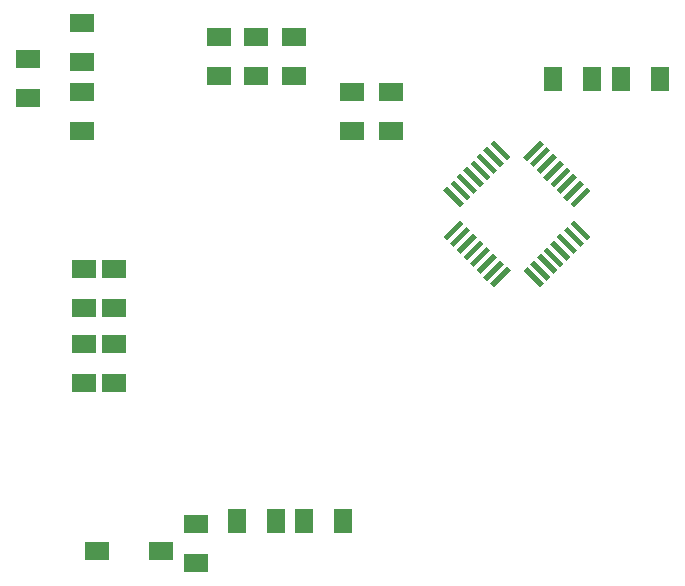
<source format=gtp>
G04 (created by PCBNEW (2013-jul-07)-stable) date Sat 20 Jun 2015 02:51:25 AM PDT*
%MOIN*%
G04 Gerber Fmt 3.4, Leading zero omitted, Abs format*
%FSLAX34Y34*%
G01*
G70*
G90*
G04 APERTURE LIST*
%ADD10C,0.00393701*%
%ADD11R,0.0787X0.0629*%
%ADD12R,0.08X0.06*%
%ADD13R,0.06X0.08*%
G04 APERTURE END LIST*
G54D10*
G36*
X21666Y6595D02*
X21541Y6720D01*
X22097Y7277D01*
X22223Y7152D01*
X21666Y6595D01*
X21666Y6595D01*
G37*
G36*
X21443Y6818D02*
X21318Y6943D01*
X21875Y7500D01*
X22000Y7374D01*
X21443Y6818D01*
X21443Y6818D01*
G37*
G36*
X21221Y7041D02*
X21095Y7166D01*
X21652Y7722D01*
X21777Y7597D01*
X21221Y7041D01*
X21221Y7041D01*
G37*
G36*
X20998Y7263D02*
X20873Y7389D01*
X21429Y7945D01*
X21554Y7820D01*
X20998Y7263D01*
X20998Y7263D01*
G37*
G36*
X20775Y7486D02*
X20650Y7611D01*
X21206Y8168D01*
X21332Y8043D01*
X20775Y7486D01*
X20775Y7486D01*
G37*
G36*
X20552Y7709D02*
X20427Y7834D01*
X20984Y8390D01*
X21109Y8265D01*
X20552Y7709D01*
X20552Y7709D01*
G37*
G36*
X20330Y7932D02*
X20204Y8057D01*
X20761Y8613D01*
X20886Y8488D01*
X20330Y7932D01*
X20330Y7932D01*
G37*
G36*
X20107Y8154D02*
X19982Y8279D01*
X20538Y8836D01*
X20663Y8711D01*
X20107Y8154D01*
X20107Y8154D01*
G37*
G36*
X22771Y10816D02*
X22646Y10941D01*
X23203Y11498D01*
X23328Y11372D01*
X22771Y10816D01*
X22771Y10816D01*
G37*
G36*
X24334Y9253D02*
X24209Y9378D01*
X24765Y9935D01*
X24890Y9810D01*
X24334Y9253D01*
X24334Y9253D01*
G37*
G36*
X24108Y9479D02*
X23983Y9605D01*
X24539Y10161D01*
X24664Y10036D01*
X24108Y9479D01*
X24108Y9479D01*
G37*
G36*
X23881Y9706D02*
X23756Y9831D01*
X24313Y10387D01*
X24438Y10262D01*
X23881Y9706D01*
X23881Y9706D01*
G37*
G36*
X23662Y9925D02*
X23537Y10050D01*
X24094Y10607D01*
X24219Y10481D01*
X23662Y9925D01*
X23662Y9925D01*
G37*
G36*
X23436Y10151D02*
X23311Y10276D01*
X23867Y10833D01*
X23992Y10708D01*
X23436Y10151D01*
X23436Y10151D01*
G37*
G36*
X23217Y10370D02*
X23092Y10496D01*
X23648Y11052D01*
X23773Y10927D01*
X23217Y10370D01*
X23217Y10370D01*
G37*
G36*
X22990Y10597D02*
X22865Y10722D01*
X23422Y11278D01*
X23547Y11153D01*
X22990Y10597D01*
X22990Y10597D01*
G37*
G36*
X20535Y9266D02*
X19979Y9822D01*
X20104Y9948D01*
X20661Y9391D01*
X20535Y9266D01*
X20535Y9266D01*
G37*
G36*
X20757Y9488D02*
X20201Y10044D01*
X20326Y10170D01*
X20883Y9613D01*
X20757Y9488D01*
X20757Y9488D01*
G37*
G36*
X20981Y9711D02*
X20424Y10268D01*
X20550Y10393D01*
X21106Y9837D01*
X20981Y9711D01*
X20981Y9711D01*
G37*
G36*
X21203Y9933D02*
X20646Y10490D01*
X20772Y10615D01*
X21328Y10059D01*
X21203Y9933D01*
X21203Y9933D01*
G37*
G36*
X21426Y10157D02*
X20870Y10713D01*
X20995Y10838D01*
X21551Y10282D01*
X21426Y10157D01*
X21426Y10157D01*
G37*
G36*
X21648Y10379D02*
X21092Y10935D01*
X21217Y11061D01*
X21774Y10504D01*
X21648Y10379D01*
X21648Y10379D01*
G37*
G36*
X21872Y10602D02*
X21315Y11159D01*
X21440Y11284D01*
X21997Y10727D01*
X21872Y10602D01*
X21872Y10602D01*
G37*
G36*
X22094Y10824D02*
X21537Y11381D01*
X21662Y11506D01*
X22219Y10949D01*
X22094Y10824D01*
X22094Y10824D01*
G37*
G36*
X23210Y6594D02*
X22653Y7151D01*
X22778Y7276D01*
X23335Y6720D01*
X23210Y6594D01*
X23210Y6594D01*
G37*
G36*
X23429Y6814D02*
X22872Y7370D01*
X22998Y7495D01*
X23554Y6939D01*
X23429Y6814D01*
X23429Y6814D01*
G37*
G36*
X23655Y7040D02*
X23099Y7596D01*
X23224Y7722D01*
X23780Y7165D01*
X23655Y7040D01*
X23655Y7040D01*
G37*
G36*
X23874Y7259D02*
X23318Y7816D01*
X23443Y7941D01*
X23999Y7384D01*
X23874Y7259D01*
X23874Y7259D01*
G37*
G36*
X24094Y7478D02*
X23537Y8035D01*
X23662Y8160D01*
X24219Y7603D01*
X24094Y7478D01*
X24094Y7478D01*
G37*
G36*
X24320Y7705D02*
X23763Y8261D01*
X23888Y8386D01*
X24445Y7830D01*
X24320Y7705D01*
X24320Y7705D01*
G37*
G36*
X24546Y7931D02*
X23990Y8487D01*
X24115Y8613D01*
X24671Y8056D01*
X24546Y7931D01*
X24546Y7931D01*
G37*
G36*
X24772Y8157D02*
X24216Y8714D01*
X24341Y8839D01*
X24898Y8282D01*
X24772Y8157D01*
X24772Y8157D01*
G37*
G54D11*
X10562Y-2200D03*
X8438Y-2200D03*
G54D12*
X8000Y5900D03*
X8000Y7200D03*
X15000Y14950D03*
X15000Y13650D03*
X12500Y14950D03*
X12500Y13650D03*
X13750Y14950D03*
X13750Y13650D03*
G54D13*
X16650Y-1200D03*
X15350Y-1200D03*
X14400Y-1200D03*
X13100Y-1200D03*
G54D12*
X16950Y11800D03*
X16950Y13100D03*
X18250Y11800D03*
X18250Y13100D03*
G54D13*
X23650Y13550D03*
X24950Y13550D03*
G54D12*
X7950Y13100D03*
X7950Y11800D03*
G54D13*
X27200Y13550D03*
X25900Y13550D03*
G54D12*
X11750Y-1300D03*
X11750Y-2600D03*
X7950Y15400D03*
X7950Y14100D03*
X6150Y12900D03*
X6150Y14200D03*
X9000Y4700D03*
X9000Y3400D03*
X8000Y3400D03*
X8000Y4700D03*
X9000Y7200D03*
X9000Y5900D03*
M02*

</source>
